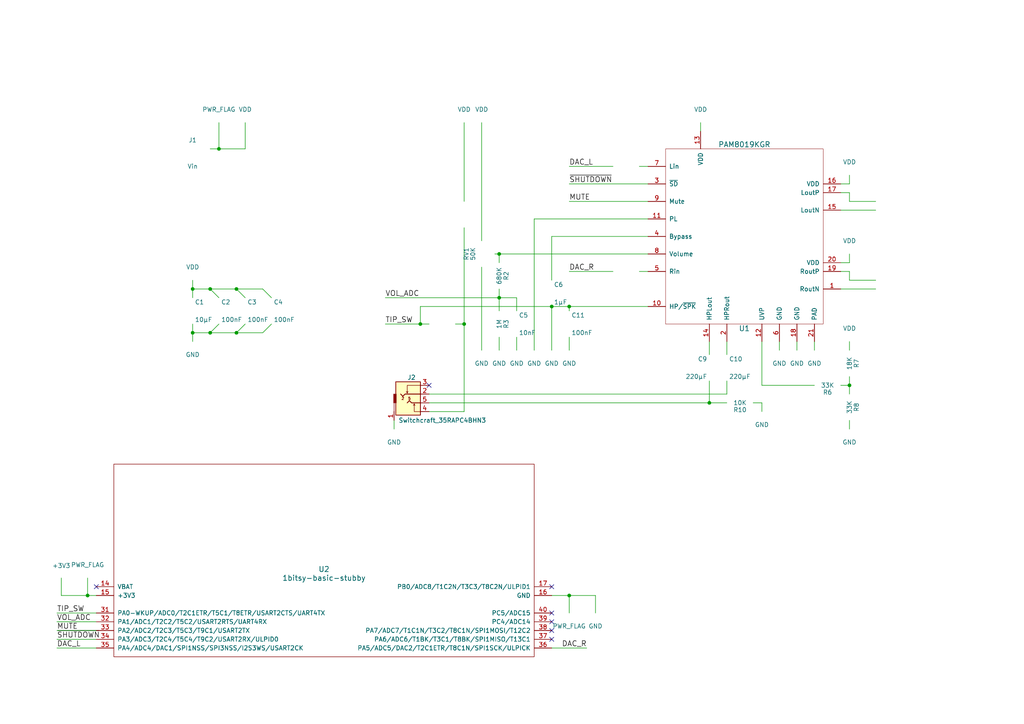
<source format=kicad_sch>
(kicad_sch (version 20230121) (generator eeschema)
  (paper "A4")
  (title_block (title "1UP Audio Repair") (date "2018-03-04") (rev "v0.3"))
  (lib_symbols
    (symbol "audio-repair:1bitsy-basic-stubby" (pin_names (offset 1.016))
      (property "Reference" "U" (at 0 -2.54 0))
      (property "Value" "1bitsy-basic-stubby" (at 0 -5.08 0))
      (symbol "1bitsy-basic-stubby_0_1"
        (rectangle (start -60.96 27.94) (end 60.96 -27.94))
      )
      (symbol "1bitsy-basic-stubby_1_1"
        (pin passive line (at -66.04 -7.62 0) (length 5.08) (name "VBAT") (number "14"))
        (pin passive line (at -66.04 -10.16 0) (length 5.08) (name "+3V3") (number "15"))
        (pin passive line (at 66.04 -10.16 180) (length 5.08) (name "GND") (number "16"))
        (pin passive line (at 66.04 -7.62 180) (length 5.08) (name "PB0/ADC8/T1C2N/T3C3/T8C2N/ULPID1") (number "17"))
        (pin passive line (at -66.04 -15.24 0) (length 5.08) (name "PA0-WKUP/ADC0/T2C1ETR/T5C1/T8ETR/USART2CTS/UART4TX") (number "31"))
        (pin passive line (at -66.04 -17.78 0) (length 5.08) (name "PA1/ADC1/T2C2/T5C2/USART2RTS/UART4RX") (number "32"))
        (pin passive line (at -66.04 -20.32 0) (length 5.08) (name "PA2/ADC2/T2C3/T5C3/T9C1/USART2TX") (number "33"))
        (pin passive line (at -66.04 -22.86 0) (length 5.08) (name "PA3/ADC3/T2C4/T5C4/T9C2/USART2RX/ULPID0") (number "34"))
        (pin passive line (at -66.04 -25.4 0) (length 5.08) (name "PA4/ADC4/DAC1/SPI1NSS/SPI3NSS/I2S3WS/USART2CK") (number "35"))
        (pin passive line (at 66.04 -25.4 180) (length 5.08) (name "PA5/ADC5/DAC2/T2C1ETR/T8C1N/SPI1SCK/ULPICK") (number "36"))
        (pin passive line (at 66.04 -22.86 180) (length 5.08) (name "PA6/ADC6/T1BK/T3C1/T8BK/SPI1MISO/T13C1") (number "37"))
        (pin passive line (at 66.04 -20.32 180) (length 5.08) (name "PA7/ADC7/T1C1N/T3C2/T8C1N/SPI1MOSI/T12C2") (number "38"))
        (pin passive line (at 66.04 -17.78 180) (length 5.08) (name "PC4/ADC14") (number "39"))
        (pin passive line (at 66.04 -15.24 180) (length 5.08) (name "PC5/ADC15") (number "40"))
      )
    )
    (symbol "audio-repair:PAM8019KGR" (pin_names (offset 1.016))
      (property "Reference" "U" (at 0 -26.67 0))
      (property "Value" "PAM8019KGR" (at 0 26.67 0))
      (symbol "PAM8019KGR_0_1"
        (rectangle (start -22.86 25.4) (end 22.86 -25.4) (stroke (width 0.1016)))
      )
      (symbol "PAM8019KGR_1_1"
        (pin output line (at 27.94 -15.24 180) (length 5.08) (name "RoutN") (number "1"))
        (pin input line (at -27.94 -20.32 0) (length 5.08) (name "HP/~{SPK}") (number "10"))
        (pin input line (at -27.94 5.08 0) (length 5.08) (name "PL") (number "11"))
        (pin input line (at 5.08 -30.48 90) (length 5.08) (name "UVP") (number "12"))
        (pin power_in line (at -12.7 30.48 270) (length 5.08) (name "VDD") (number "13"))
        (pin output line (at -10.16 -30.48 90) (length 5.08) (name "HPLout") (number "14"))
        (pin output line (at 27.94 7.62 180) (length 5.08) (name "LoutN") (number "15"))
        (pin power_in line (at 27.94 15.24 180) (length 5.08) (name "VDD") (number "16"))
        (pin output line (at 27.94 12.7 180) (length 5.08) (name "LoutP") (number "17"))
        (pin power_in line (at 15.24 -30.48 90) (length 5.08) (name "GND") (number "18"))
        (pin output line (at 27.94 -10.16 180) (length 5.08) (name "RoutP") (number "19"))
        (pin output line (at -5.08 -30.48 90) (length 5.08) (name "HPRout") (number "2"))
        (pin power_in line (at 27.94 -7.62 180) (length 5.08) (name "VDD") (number "20"))
        (pin power_in line (at 20.32 -30.48 90) (length 5.08) (name "PAD") (number "21"))
        (pin input line (at -27.94 15.24 0) (length 5.08) (name "~{SD}") (number "3"))
        (pin input line (at -27.94 0 0) (length 5.08) (name "Bypass") (number "4"))
        (pin input line (at -27.94 -10.16 0) (length 5.08) (name "Rin") (number "5"))
        (pin power_in line (at 10.16 -30.48 90) (length 5.08) (name "GND") (number "6"))
        (pin input line (at -27.94 20.32 0) (length 5.08) (name "Lin") (number "7"))
        (pin input line (at -27.94 -5.08 0) (length 5.08) (name "Volume") (number "8"))
        (pin input line (at -27.94 10.16 0) (length 5.08) (name "Mute") (number "9"))
      )
    )
    (symbol "audio-repair:Switchcraft_35RAPC4BHN3" (pin_names (offset 1.016))
      (property "Reference" "J" (at 0 7.366 0))
      (property "Value" "Switchcraft_35RAPC4BHN3" (at -3.81 -5.08 0))
      (symbol "Switchcraft_35RAPC4BHN3_0_0"
        (rectangle (start -4.572 6.096) (end 2.54 -3.556) (stroke (width 0.254)) (fill (type background)))
        (polyline (pts (xy -5.08 -2.54) (xy -5.08 0)))
        (polyline (pts (xy -1.27 2.794) (xy -1.016 3.302)))
        (polyline (pts (xy 1.016 -0.762) (xy 0.762 -0.254)))
        (polyline (pts (xy 2.54 -2.54) (xy 0.762 -2.54) (xy 0.762 -0.254) (xy 0.508 -0.762)))
        (polyline (pts (xy 2.54 5.08) (xy -1.27 5.08) (xy -1.27 2.794) (xy -1.524 3.302)))
        (text "2" (at -2.54 1.27 0) (effects (font (size 0.762 0.762))))
        (text "5" (at -0.635 1.27 0) (effects (font (size 0.762 0.762))))
      )
      (symbol "Switchcraft_35RAPC4BHN3_0_1"
        (rectangle (start -4.445 0) (end -5.207 2.54) (fill (type outline)))
        (polyline (pts (xy -1.27 0) (xy -0.635 0.635) (xy 0 0) (xy 2.54 0)) (stroke (width 0.254)))
        (polyline (pts (xy 2.54 2.54) (xy -1.905 2.54) (xy -2.54 1.905) (xy -3.175 2.54)) (stroke (width 0.254)))
      )
      (symbol "Switchcraft_35RAPC4BHN3_1_1"
        (pin passive line (at -5.08 -5.08 90) (length 2.54) (name "~") (number "1"))
        (pin passive line (at 5.08 2.54 180) (length 2.54) (name "~") (number "2"))
        (pin passive line (at 5.08 5.08 180) (length 2.54) (name "~") (number "3"))
        (pin passive line (at 5.08 -2.54 180) (length 2.54) (name "~") (number "4"))
        (pin passive line (at 5.08 0 180) (length 2.54) (name "~") (number "5"))
      )
    )
  )
  (junction (at 60.96 83.82))
  (junction (at 55.88 96.52))
  (junction (at 60.96 96.52))
  (junction (at 68.58 96.52))
  (junction (at 160.02 88.9))
  (junction (at 63.5 43.18))
  (junction (at 134.62 93.98))
  (junction (at 246.38 111.76))
  (junction (at 165.1 88.9))
  (junction (at 55.88 83.82))
  (junction (at 144.78 86.36))
  (junction (at 25.4 172.72))
  (junction (at 121.92 93.98))
  (junction (at 205.74 116.84))
  (junction (at 144.78 73.66))
  (junction (at 68.58 83.82))
  (junction (at 165.1 172.72))
  (no_connect (at 160.02 170.18))
  (no_connect (at 160.02 177.8))
  (no_connect (at 160.02 185.42))
  (no_connect (at 160.02 180.34))
  (no_connect (at 160.02 182.88))
  (no_connect (at 124.46 111.76))
  (no_connect (at 27.94 170.18))
  (wire (pts (xy 134.62 119.38) (xy 124.46 119.38)))
  (wire (pts (xy 132.08 93.98) (xy 134.62 93.98)))
  (wire (pts (xy 160.02 68.58) (xy 187.96 68.58)))
  (wire (pts (xy 27.94 177.8) (xy 16.51 177.8)))
  (wire (pts (xy 254 58.42) (xy 246.38 58.42)))
  (wire (pts (xy 60.96 96.52) (xy 68.58 96.52)))
  (wire (pts (xy 27.94 180.34) (xy 16.51 180.34)))
  (wire (pts (xy 27.94 182.88) (xy 16.51 182.88)))
  (wire (pts (xy 210.82 99.06) (xy 210.82 102.87)))
  (wire (pts (xy 246.38 55.88) (xy 243.84 55.88)))
  (wire (pts (xy 226.06 101.6) (xy 226.06 99.06)))
  (wire (pts (xy 205.74 110.49) (xy 205.74 116.84)))
  (wire (pts (xy 246.38 99.06) (xy 246.38 101.6)))
  (wire (pts (xy 165.1 97.79) (xy 165.1 101.6)))
  (wire (pts (xy 121.92 93.98) (xy 121.92 88.9)))
  (wire (pts (xy 220.98 119.38) (xy 220.98 116.84)))
  (wire (pts (xy 121.92 88.9) (xy 160.02 88.9)))
  (wire (pts (xy 144.78 73.66) (xy 187.96 73.66)))
  (wire (pts (xy 246.38 81.28) (xy 254 81.28)))
  (wire (pts (xy 63.5 35.56) (xy 63.5 43.18)))
  (wire (pts (xy 246.38 50.8) (xy 246.38 53.34)))
  (wire (pts (xy 60.96 83.82) (xy 68.58 83.82)))
  (wire (pts (xy 165.1 172.72) (xy 172.72 172.72)))
  (wire (pts (xy 160.02 81.28) (xy 160.02 68.58)))
  (wire (pts (xy 17.78 167.64) (xy 17.78 172.72)))
  (wire (pts (xy 63.5 93.98) (xy 60.96 96.52)))
  (wire (pts (xy 134.62 58.42) (xy 134.62 35.56)))
  (wire (pts (xy 76.2 83.82) (xy 78.74 86.36)))
  (wire (pts (xy 55.88 81.28) (xy 55.88 83.82)))
  (wire (pts (xy 243.84 60.96) (xy 254 60.96)))
  (wire (pts (xy 165.1 88.9) (xy 187.96 88.9)))
  (wire (pts (xy 134.62 66.04) (xy 134.62 93.98)))
  (wire (pts (xy 149.86 97.79) (xy 149.86 101.6)))
  (wire (pts (xy 154.94 63.5) (xy 154.94 101.6)))
  (wire (pts (xy 144.78 83.82) (xy 144.78 86.36)))
  (wire (pts (xy 246.38 76.2) (xy 243.84 76.2)))
  (wire (pts (xy 114.3 121.92) (xy 114.3 124.46)))
  (wire (pts (xy 55.88 96.52) (xy 55.88 99.06)))
  (wire (pts (xy 160.02 187.96) (xy 170.18 187.96)))
  (wire (pts (xy 144.78 73.66) (xy 144.78 76.2)))
  (wire (pts (xy 187.96 48.26) (xy 185.42 48.26)))
  (wire (pts (xy 160.02 101.6) (xy 160.02 88.9)))
  (wire (pts (xy 139.7 69.85) (xy 139.7 35.56)))
  (wire (pts (xy 144.78 86.36) (xy 149.86 86.36)))
  (wire (pts (xy 187.96 78.74) (xy 185.42 78.74)))
  (wire (pts (xy 71.12 86.36) (xy 68.58 83.82)))
  (wire (pts (xy 27.94 185.42) (xy 16.51 185.42)))
  (wire (pts (xy 60.96 43.18) (xy 63.5 43.18)))
  (wire (pts (xy 177.8 48.26) (xy 165.1 48.26)))
  (wire (pts (xy 220.98 99.06) (xy 220.98 111.76)))
  (wire (pts (xy 231.14 101.6) (xy 231.14 99.06)))
  (wire (pts (xy 144.78 86.36) (xy 144.78 90.17)))
  (wire (pts (xy 187.96 53.34) (xy 165.1 53.34)))
  (wire (pts (xy 55.88 83.82) (xy 60.96 83.82)))
  (wire (pts (xy 165.1 177.8) (xy 165.1 172.72)))
  (wire (pts (xy 246.38 78.74) (xy 246.38 81.28)))
  (wire (pts (xy 71.12 43.18) (xy 71.12 35.56)))
  (wire (pts (xy 205.74 116.84) (xy 210.82 116.84)))
  (wire (pts (xy 236.22 99.06) (xy 236.22 101.6)))
  (wire (pts (xy 243.84 78.74) (xy 246.38 78.74)))
  (wire (pts (xy 246.38 121.92) (xy 246.38 124.46)))
  (wire (pts (xy 246.38 58.42) (xy 246.38 55.88)))
  (wire (pts (xy 210.82 114.3) (xy 124.46 114.3)))
  (wire (pts (xy 63.5 86.36) (xy 60.96 83.82)))
  (wire (pts (xy 243.84 111.76) (xy 246.38 111.76)))
  (wire (pts (xy 111.76 86.36) (xy 144.78 86.36)))
  (wire (pts (xy 134.62 93.98) (xy 134.62 119.38)))
  (wire (pts (xy 17.78 172.72) (xy 25.4 172.72)))
  (wire (pts (xy 139.7 101.6) (xy 139.7 77.47)))
  (wire (pts (xy 220.98 111.76) (xy 236.22 111.76)))
  (wire (pts (xy 63.5 43.18) (xy 71.12 43.18)))
  (wire (pts (xy 243.84 83.82) (xy 254 83.82)))
  (wire (pts (xy 172.72 172.72) (xy 172.72 177.8)))
  (wire (pts (xy 27.94 187.96) (xy 16.51 187.96)))
  (wire (pts (xy 25.4 172.72) (xy 27.94 172.72)))
  (wire (pts (xy 55.88 93.98) (xy 55.88 96.52)))
  (wire (pts (xy 55.88 83.82) (xy 55.88 86.36)))
  (wire (pts (xy 111.76 93.98) (xy 121.92 93.98)))
  (wire (pts (xy 165.1 90.17) (xy 165.1 88.9)))
  (wire (pts (xy 76.2 96.52) (xy 78.74 93.98)))
  (wire (pts (xy 203.2 38.1) (xy 203.2 35.56)))
  (wire (pts (xy 154.94 63.5) (xy 187.96 63.5)))
  (wire (pts (xy 220.98 116.84) (xy 218.44 116.84)))
  (wire (pts (xy 143.51 73.66) (xy 144.78 73.66)))
  (wire (pts (xy 71.12 93.98) (xy 68.58 96.52)))
  (wire (pts (xy 121.92 93.98) (xy 124.46 93.98)))
  (wire (pts (xy 25.4 172.72) (xy 25.4 167.64)))
  (wire (pts (xy 246.38 73.66) (xy 246.38 76.2)))
  (wire (pts (xy 124.46 116.84) (xy 205.74 116.84)))
  (wire (pts (xy 210.82 110.49) (xy 210.82 114.3)))
  (wire (pts (xy 246.38 53.34) (xy 243.84 53.34)))
  (wire (pts (xy 68.58 96.52) (xy 76.2 96.52)))
  (wire (pts (xy 55.88 96.52) (xy 60.96 96.52)))
  (wire (pts (xy 144.78 101.6) (xy 144.78 97.79)))
  (wire (pts (xy 246.38 111.76) (xy 246.38 114.3)))
  (wire (pts (xy 246.38 109.22) (xy 246.38 111.76)))
  (wire (pts (xy 160.02 172.72) (xy 165.1 172.72)))
  (wire (pts (xy 149.86 86.36) (xy 149.86 90.17)))
  (wire (pts (xy 205.74 99.06) (xy 205.74 102.87)))
  (wire (pts (xy 177.8 78.74) (xy 165.1 78.74)))
  (wire (pts (xy 68.58 83.82) (xy 76.2 83.82)))
  (wire (pts (xy 187.96 58.42) (xy 165.1 58.42)))
  (wire (pts (xy 160.02 88.9) (xy 165.1 88.9)))
  (label "TIP_SW" (at 16.51 177.8 0) (effects (font (size 1.524 1.524))))
  (label "DAC_R" (at 165.1 78.74 0) (effects (font (size 1.524 1.524))))
  (label "MUTE" (at 16.51 182.88 0) (effects (font (size 1.524 1.524))))
  (label "DAC_L" (at 165.1 48.26 0) (effects (font (size 1.524 1.524))))
  (label "MUTE" (at 165.1 58.42 0) (effects (font (size 1.524 1.524))))
  (label "~{SHUTDOWN}" (at 16.51 185.42 0) (effects (font (size 1.524 1.524))))
  (label "TIP_SW" (at 111.76 93.98 0) (effects (font (size 1.524 1.524))))
  (label "~{SHUTDOWN}" (at 165.1 53.34 0) (effects (font (size 1.524 1.524))))
  (label "VOL_ADC" (at 16.51 180.34 0) (effects (font (size 1.524 1.524))))
  (label "DAC_R" (at 170.18 187.96 180) (effects (font (size 1.524 1.524))))
  (label "VOL_ADC" (at 111.76 86.36 0) (effects (font (size 1.524 1.524))))
  (label "DAC_L" (at 16.51 187.96 0) (effects (font (size 1.524 1.524))))
  (symbol (lib_id "audio-repair:PAM8019KGR") (at 215.9 68.58 0) (unit 1)
    (property "Reference" "U1" (at 215.9 95.25 0) (effects (font (size 1.524 1.524))))
    (property "Value" "PAM8019KGR" (at 215.9 41.91 0) (effects (font (size 1.524 1.524))))
    (property "Footprint" "audio-repair:QFN-20-1EP_4x4mm_Pitch0.5mm" (effects hide))
  )
  (symbol (lib_id "audio-repair:1bitsy-basic-stubby") (at 93.98 162.56 0) (unit 1)
    (property "Reference" "U2" (at 93.98 165.1 0) (effects (font (size 1.524 1.524))))
    (property "Value" "1bitsy-basic-stubby" (at 93.98 167.64 0) (effects (font (size 1.524 1.524))))
    (property "Footprint" "audio-repair:1bitsy-stub" (effects hide))
  )
  (symbol (lib_id "GND") (at 172.72 177.8 0) (unit 1)
    (property "Reference" "#PWR01" (effects hide))
    (property "Value" "GND" (at 172.72 181.61 0))
  )
  (symbol (lib_id "+3V3") (at 17.78 167.64 0) (unit 1)
    (property "Reference" "#PWR02" (effects hide))
    (property "Value" "+3V3" (at 17.78 164.084 0))
  )
  (symbol (lib_id "VDD") (at 203.2 35.56 0) (unit 1)
    (property "Reference" "#PWR03" (effects hide))
    (property "Value" "VDD" (at 203.2 31.75 0))
  )
  (symbol (lib_id "GND") (at 226.06 101.6 0) (unit 1)
    (property "Reference" "#PWR04" (effects hide))
    (property "Value" "GND" (at 226.06 105.41 0))
  )
  (symbol (lib_id "GND") (at 231.14 101.6 0) (unit 1)
    (property "Reference" "#PWR05" (effects hide))
    (property "Value" "GND" (at 231.14 105.41 0))
  )
  (symbol (lib_id "GND") (at 154.94 101.6 0) (unit 1)
    (property "Reference" "#PWR06" (effects hide))
    (property "Value" "GND" (at 154.94 105.41 0))
  )
  (symbol (lib_id "C") (at 160.02 85.09 0) (unit 1)
    (property "Reference" "C6" (at 160.655 82.55 0) (effects (justify left)))
    (property "Value" "1µF" (at 160.655 87.63 0) (effects (justify left)))
    (property "Footprint" "Capacitors_SMD:C_0603" (effects hide))
  )
  (symbol (lib_id "GND") (at 160.02 101.6 0) (unit 1)
    (property "Reference" "#PWR07" (effects hide))
    (property "Value" "GND" (at 160.02 105.41 0))
  )
  (symbol (lib_id "R") (at 240.03 111.76 270) (unit 1)
    (property "Reference" "R6" (at 240.03 113.792 90))
    (property "Value" "33K" (at 240.03 111.76 90))
    (property "Footprint" "Resistors_SMD:R_0603" (effects hide))
  )
  (symbol (lib_id "R") (at 246.38 105.41 0) (unit 1)
    (property "Reference" "R7" (at 248.412 105.41 90))
    (property "Value" "18K" (at 246.38 105.41 90))
    (property "Footprint" "Resistors_SMD:R_0603" (effects hide))
  )
  (symbol (lib_id "R") (at 246.38 118.11 0) (unit 1)
    (property "Reference" "R8" (at 248.412 118.11 90))
    (property "Value" "33K" (at 246.38 118.11 90))
    (property "Footprint" "Resistors_SMD:R_0603" (effects hide))
  )
  (symbol (lib_id "GND") (at 246.38 124.46 0) (unit 1)
    (property "Reference" "#PWR08" (effects hide))
    (property "Value" "GND" (at 246.38 128.27 0))
  )
  (symbol (lib_id "C") (at 205.74 106.68 0) (unit 1)
    (property "Reference" "C9" (at 205.105 104.14 0) (effects (justify right)))
    (property "Value" "220µF" (at 205.105 109.22 0) (effects (justify right)))
    (property "Footprint" "Capacitors_SMD:C_1210" (effects hide))
  )
  (symbol (lib_id "C") (at 210.82 106.68 0) (unit 1)
    (property "Reference" "C10" (at 211.455 104.14 0) (effects (justify left)))
    (property "Value" "220µF" (at 211.455 109.22 0) (effects (justify left)))
    (property "Footprint" "Capacitors_SMD:C_1210" (effects hide))
  )
  (symbol (lib_id "Conn_01x02") (at 259.08 58.42 0) (unit 1)
    (property "Reference" "J4" (at 259.08 55.88 0))
    (property "Value" "Left" (at 259.08 63.5 0))
    (property "Footprint" "Pin_Headers:Pin_Header_Straight_1x02_Pitch2.54mm" (effects hide))
  )
  (symbol (lib_id "GND") (at 114.3 124.46 0) (unit 1)
    (property "Reference" "#PWR09" (effects hide))
    (property "Value" "GND" (at 114.3 128.27 0))
  )
  (symbol (lib_id "POT") (at 139.7 73.66 0) (mirror x) (unit 1)
    (property "Reference" "RV1" (at 135.255 73.66 90))
    (property "Value" "50K" (at 137.16 73.66 90))
    (property "Footprint" "audio-repair:Potentiometer_Bourns_3352T" (effects hide))
  )
  (symbol (lib_id "VDD") (at 139.7 35.56 0) (unit 1)
    (property "Reference" "#PWR010" (effects hide))
    (property "Value" "VDD" (at 139.7 31.75 0))
  )
  (symbol (lib_id "GND") (at 139.7 101.6 0) (unit 1)
    (property "Reference" "#PWR011" (effects hide))
    (property "Value" "GND" (at 139.7 105.41 0))
  )
  (symbol (lib_id "R") (at 144.78 80.01 0) (unit 1)
    (property "Reference" "R2" (at 146.812 80.01 90))
    (property "Value" "680K" (at 144.78 80.01 90))
    (property "Footprint" "Resistors_SMD:R_0603" (effects hide))
  )
  (symbol (lib_id "R") (at 144.78 93.98 0) (unit 1)
    (property "Reference" "R3" (at 146.812 93.98 90))
    (property "Value" "1M" (at 144.78 93.98 90))
    (property "Footprint" "Resistors_SMD:R_0603" (effects hide))
  )
  (symbol (lib_id "C") (at 149.86 93.98 0) (unit 1)
    (property "Reference" "C5" (at 150.495 91.44 0) (effects (justify left)))
    (property "Value" "10nF" (at 150.495 96.52 0) (effects (justify left)))
    (property "Footprint" "Capacitors_SMD:C_0603" (effects hide))
  )
  (symbol (lib_id "GND") (at 144.78 101.6 0) (unit 1)
    (property "Reference" "#PWR012" (effects hide))
    (property "Value" "GND" (at 144.78 105.41 0))
  )
  (symbol (lib_id "GND") (at 149.86 101.6 0) (unit 1)
    (property "Reference" "#PWR013" (effects hide))
    (property "Value" "GND" (at 149.86 105.41 0))
  )
  (symbol (lib_id "VDD") (at 246.38 50.8 0) (unit 1)
    (property "Reference" "#PWR014" (effects hide))
    (property "Value" "VDD" (at 246.38 46.99 0))
  )
  (symbol (lib_id "VDD") (at 246.38 73.66 0) (unit 1)
    (property "Reference" "#PWR015" (effects hide))
    (property "Value" "VDD" (at 246.38 69.85 0))
  )
  (symbol (lib_id "C") (at 181.61 48.26 270) (unit 1)
    (property "Reference" "C7" (at 182.88 50.8 90) (effects (justify left)))
    (property "Value" "220nF" (at 185.42 44.45 90) (effects (justify right)))
    (property "Footprint" "Capacitors_SMD:C_0603" (effects hide))
  )
  (symbol (lib_id "C") (at 181.61 78.74 270) (unit 1)
    (property "Reference" "C8" (at 182.88 81.28 90) (effects (justify left)))
    (property "Value" "220nF" (at 179.07 74.93 90) (effects (justify left)))
    (property "Footprint" "Capacitors_SMD:C_0603" (effects hide))
  )
  (symbol (lib_id "Conn_01x01") (at 55.88 43.18 0) (mirror y) (unit 1)
    (property "Reference" "J1" (at 55.88 40.64 0))
    (property "Value" "Vin" (at 55.88 48.26 0))
    (property "Footprint" "Pin_Headers:Pin_Header_Straight_1x01_Pitch2.54mm" (effects hide))
  )
  (symbol (lib_id "VDD") (at 71.12 35.56 0) (unit 1)
    (property "Reference" "#PWR016" (effects hide))
    (property "Value" "VDD" (at 71.12 31.75 0))
  )
  (symbol (lib_id "VDD") (at 55.88 81.28 0) (unit 1)
    (property "Reference" "#PWR017" (effects hide))
    (property "Value" "VDD" (at 55.88 77.47 0))
  )
  (symbol (lib_id "GND") (at 55.88 99.06 0) (unit 1)
    (property "Reference" "#PWR018" (effects hide))
    (property "Value" "GND" (at 55.88 102.87 0))
  )
  (symbol (lib_id "C") (at 55.88 90.17 0) (unit 1)
    (property "Reference" "C1" (at 56.515 87.63 0) (effects (justify left)))
    (property "Value" "10µF" (at 56.515 92.71 0) (effects (justify left)))
    (property "Footprint" "Capacitors_SMD:C_0603" (effects hide))
  )
  (symbol (lib_id "C") (at 63.5 90.17 0) (unit 1)
    (property "Reference" "C2" (at 64.135 87.63 0) (effects (justify left)))
    (property "Value" "100nF" (at 64.135 92.71 0) (effects (justify left)))
    (property "Footprint" "Capacitors_SMD:C_0603" (effects hide))
  )
  (symbol (lib_id "C") (at 71.12 90.17 0) (unit 1)
    (property "Reference" "C3" (at 71.755 87.63 0) (effects (justify left)))
    (property "Value" "100nF" (at 71.755 92.71 0) (effects (justify left)))
    (property "Footprint" "Capacitors_SMD:C_0603" (effects hide))
  )
  (symbol (lib_id "C") (at 78.74 90.17 0) (unit 1)
    (property "Reference" "C4" (at 79.375 87.63 0) (effects (justify left)))
    (property "Value" "100nF" (at 79.375 92.71 0) (effects (justify left)))
    (property "Footprint" "Capacitors_SMD:C_0603" (effects hide))
  )
  (symbol (lib_id "audio-repair:Switchcraft_35RAPC4BHN3") (at 119.38 116.84 0) (unit 1)
    (property "Reference" "J2" (at 119.38 109.474 0))
    (property "Value" "Switchcraft_35RAPC4BHN3" (at 115.57 121.92 0) (effects (justify left)))
    (property "Footprint" "audio-repair:Switchcraft_35RAPC4BHN3" (effects hide))
  )
  (symbol (lib_id "R") (at 134.62 62.23 0) (unit 1)
    (property "Reference" "R1" (at 136.652 62.23 90))
    (property "Value" "100K" (at 134.62 62.23 90))
    (property "Footprint" "Resistors_SMD:R_0603" (effects hide))
  )
  (symbol (lib_id "VDD") (at 134.62 35.56 0) (unit 1)
    (property "Reference" "#PWR019" (effects hide))
    (property "Value" "VDD" (at 134.62 31.75 0))
  )
  (symbol (lib_id "PWR_FLAG") (at 25.4 167.64 0) (unit 1)
    (property "Reference" "#FLG020" (effects hide))
    (property "Value" "PWR_FLAG" (at 25.4 163.83 0))
  )
  (symbol (lib_id "PWR_FLAG") (at 165.1 177.8 0) (mirror x) (unit 1)
    (property "Reference" "#FLG021" (effects hide))
    (property "Value" "PWR_FLAG" (at 165.1 181.61 0))
  )
  (symbol (lib_id "PWR_FLAG") (at 63.5 35.56 0) (unit 1)
    (property "Reference" "#FLG022" (effects hide))
    (property "Value" "PWR_FLAG" (at 63.5 31.75 0))
  )
  (symbol (lib_id "GND") (at 236.22 101.6 0) (unit 1)
    (property "Reference" "#PWR023" (effects hide))
    (property "Value" "GND" (at 236.22 105.41 0))
  )
  (symbol (lib_id "Conn_01x02") (at 259.08 81.28 0) (unit 1)
    (property "Reference" "J6" (at 259.08 78.74 0))
    (property "Value" "Right" (at 259.08 86.36 0))
    (property "Footprint" "Pin_Headers:Pin_Header_Straight_1x02_Pitch2.54mm" (effects hide))
  )
  (symbol (lib_id "VDD") (at 246.38 99.06 0) (unit 1)
    (property "Reference" "#PWR024" (effects hide))
    (property "Value" "VDD" (at 246.38 95.25 0))
  )
  (symbol (lib_id "R") (at 128.27 93.98 270) (unit 1)
    (property "Reference" "R9" (at 128.27 96.012 90))
    (property "Value" "51K" (at 128.27 93.98 90))
    (property "Footprint" "Resistors_SMD:R_0603" (effects hide))
  )
  (symbol (lib_id "C") (at 165.1 93.98 0) (unit 1)
    (property "Reference" "C11" (at 165.735 91.44 0) (effects (justify left)))
    (property "Value" "100nF" (at 165.735 96.52 0) (effects (justify left)))
    (property "Footprint" "Capacitors_SMD:C_0603" (effects hide))
  )
  (symbol (lib_id "GND") (at 165.1 101.6 0) (unit 1)
    (property "Reference" "#PWR025" (effects hide))
    (property "Value" "GND" (at 165.1 105.41 0))
  )
  (symbol (lib_id "R") (at 214.63 116.84 270) (unit 1)
    (property "Reference" "R10" (at 214.63 118.872 90))
    (property "Value" "10K" (at 214.63 116.84 90))
    (property "Footprint" "Resistors_SMD:R_0603" (effects hide))
  )
  (symbol (lib_id "GND") (at 220.98 119.38 0) (unit 1)
    (property "Reference" "#PWR026" (effects hide))
    (property "Value" "GND" (at 220.98 123.19 0))
  )
)
</source>
